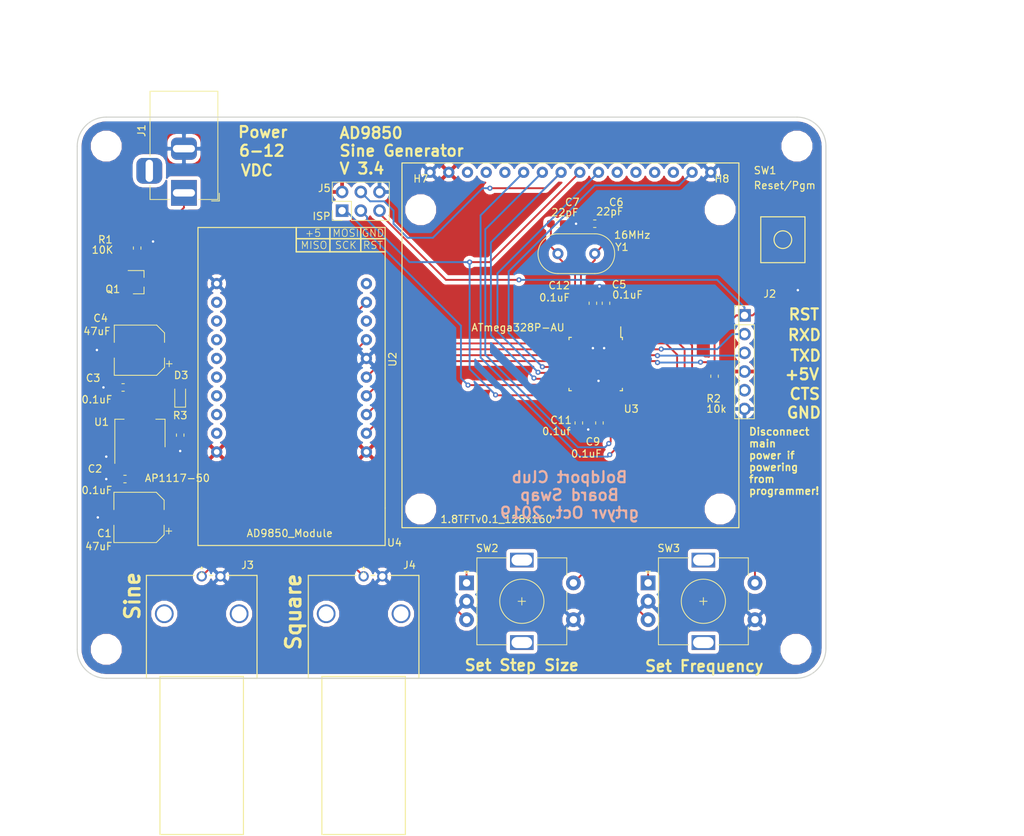
<source format=kicad_pcb>
(kicad_pcb (version 20171130) (host pcbnew 5.0.2-bee76a0~70~ubuntu18.04.1)
  (layers (0 F.Cu signal) (31 B.Cu signal) (35 F.Paste user) (36 B.SilkS user) (37 F.SilkS user) (38 B.Mask user hide) (39 F.Mask user hide) (44 Edge.Cuts user))
  (net 0 "")
  (net 1 GND)
  (net 2 "Net-(C1-Pad1)")
  (net 3 +5V)
  (net 4 "Net-(C7-Pad2)")
  (net 5 /RXD)
  (net 6 /TXD)
  (net 7 /FREQ2)
  (net 8 /SET_1kHz_Freq)
  (net 9 "Net-(U3-Pad9)")
  (net 10 "Net-(U3-Pad10)")
  (net 11 "Net-(U3-Pad11)")
  (net 12 "Net-(U3-Pad12)")
  (net 13 "Net-(U2-Pad15)")
  (net 14 /CS)
  (net 15 /MOSI)
  (net 16 /SCK)
  (net 17 "Net-(U3-Pad19)")
  (net 18 "Net-(U3-Pad22)")
  (net 19 /DC)
  (net 20 /STEP1)
  (net 21 /STEP2)
  (net 22 /SET_1Hz_Step)
  (net 23 "Net-(U3-Pad28)")
  (net 24 /FREQ1)
  (net 25 "Net-(J3-Pad1)")
  (net 26 "Net-(J4-Pad1)")
  (net 27 "Net-(U2-Pad11)")
  (net 28 "Net-(U2-Pad12)")
  (net 29 "Net-(U2-Pad13)")
  (net 30 "Net-(U2-Pad14)")
  (net 31 "Net-(U4-Pad8)")
  (net 32 "Net-(U4-Pad10)")
  (net 33 "Net-(U4-Pad19)")
  (net 34 "Net-(U4-Pad18)")
  (net 35 "Net-(U4-Pad17)")
  (net 36 "Net-(U4-Pad16)")
  (net 37 "Net-(U4-Pad15)")
  (net 38 "Net-(U4-Pad14)")
  (net 39 "Net-(U4-Pad13)")
  (net 40 "Net-(U4-Pad12)")
  (net 41 +VDC)
  (net 42 "Net-(C6-Pad2)")
  (net 43 /TFT_RST)
  (net 44 /DTR)
  (net 45 /CTS)
  (net 46 /MISO_BLDR)
  (net 47 "Net-(D3-Pad1)")
  (net 48 "Net-(C9-Pad2)")
  (net 49 "Net-(C11-Pad2)")
  (net 50 "Net-(Q1-Pad1)")
  (net 51 "Net-(U2-Pad5)")
  (module myfootprint:128x160-SPI_w_SD-CARD (layer F.Cu) (at 127.889 82.423 270)
    (fp_text reference U2 (at 0 30.48 270) (layer F.SilkS))
    (fp_text value 1.8TFTv0.1_128x160 (at 21.717 16.383) (layer F.SilkS))
    (pad 1 thru_hole circle (at -25.4 25.4 270) (size 1.524 1.524) (drill 0.762) (layers *.Cu *.Mask) (net 1 GND))
    (pad 2 thru_hole circle (at -25.4 22.86 270) (size 1.524 1.524) (drill 0.762) (layers *.Cu *.Mask) (net 3 +5V))
    (pad 3 thru_hole circle (at -25.4 20.32 270) (size 1.524 1.524) (drill 0.762) (layers *.Cu *.Mask))
    (pad 4 thru_hole circle (at -25.4 17.78 270) (size 1.524 1.524) (drill 0.762) (layers *.Cu *.Mask))
    (pad 5 thru_hole circle (at -25.4 15.24 270) (size 1.524 1.524) (drill 0.762) (layers *.Cu *.Mask) (net 51 "Net-(U2-Pad5)"))
    (pad 6 thru_hole circle (at -25.4 12.7 270) (size 1.524 1.524) (drill 0.762) (layers *.Cu *.Mask) (net 43 /TFT_RST))
    (pad 7 thru_hole circle (at -25.4 10.16 270) (size 1.524 1.524) (drill 0.762) (layers *.Cu *.Mask) (net 19 /DC))
    (pad 8 thru_hole circle (at -25.4 7.62 270) (size 1.524 1.524) (drill 0.762) (layers *.Cu *.Mask) (net 15 /MOSI))
    (pad 9 thru_hole circle (at -25.4 5.08 270) (size 1.524 1.524) (drill 0.762) (layers *.Cu *.Mask) (net 16 /SCK))
    (pad 10 thru_hole circle (at -25.4 2.54 270) (size 1.524 1.524) (drill 0.762) (layers *.Cu *.Mask) (net 14 /CS))
    (pad 11 thru_hole circle (at -25.4 0 270) (size 1.524 1.524) (drill 0.762) (layers *.Cu *.Mask) (net 27 "Net-(U2-Pad11)"))
    (pad 12 thru_hole circle (at -25.4 -2.54 270) (size 1.524 1.524) (drill 0.762) (layers *.Cu *.Mask) (net 28 "Net-(U2-Pad12)"))
    (pad 13 thru_hole circle (at -25.4 -5.08 270) (size 1.524 1.524) (drill 0.762) (layers *.Cu *.Mask) (net 29 "Net-(U2-Pad13)"))
    (pad 14 thru_hole circle (at -25.4 -7.62 270) (size 1.524 1.524) (drill 0.762) (layers *.Cu *.Mask) (net 30 "Net-(U2-Pad14)"))
    (pad 15 thru_hole circle (at -25.4 -10.16 270) (size 1.524 1.524) (drill 0.762) (layers *.Cu *.Mask) (net 13 "Net-(U2-Pad15)"))
    (pad 16 thru_hole circle (at -25.4 -12.7 270) (size 1.524 1.524) (drill 0.762) (layers *.Cu *.Mask) (net 1 GND))
  )
  (module Capacitor_SMD:C_0603_1608Metric_Pad1.05x0.95mm_HandSolder (layer F.Cu) (at 119.761 64.008 180)
    (fp_text reference C7 (at -2.032 2.921) (layer F.SilkS))
    (fp_text value 22pF (at -1.016 1.524) (layer F.SilkS))
    (pad 1 smd roundrect (at -0.875 0 180) (size 1.05 0.95) (layers F.Cu F.Paste F.Mask) (net 1 GND))
    (pad 2 smd roundrect (at 0.875 0 180) (size 1.05 0.95) (layers F.Cu F.Paste F.Mask) (net 4 "Net-(C7-Pad2)"))
  )
  (module Rotary_Encoder:RotaryEncoder_Alps_EC11E-Switch_Vertical_H20mm (layer F.Cu) (at 132.08 112.776)
    (fp_text reference SW3 (at 2.8 -4.7) (layer F.SilkS))
    (fp_text value Set_Freq)
    (pad A thru_hole rect (at 0 0) (size 2 2) (drill 1) (layers *.Cu *.Mask) (net 7 /FREQ2))
    (pad C thru_hole circle (at 0 2.5) (size 2 2) (drill 1) (layers *.Cu *.Mask) (net 1 GND))
    (pad B thru_hole circle (at 0 5) (size 2 2) (drill 1) (layers *.Cu *.Mask) (net 24 /FREQ1))
    (pad MP thru_hole rect (at 7.5 -3.1) (size 3.2 2) (drill oval 2.8 1.5) (layers *.Cu *.Mask))
    (pad MP thru_hole rect (at 7.5 8.1) (size 3.2 2) (drill oval 2.8 1.5) (layers *.Cu *.Mask))
    (pad S2 thru_hole circle (at 14.5 0) (size 2 2) (drill 1) (layers *.Cu *.Mask) (net 8 /SET_1kHz_Freq))
    (pad S1 thru_hole circle (at 14.5 5) (size 2 2) (drill 1) (layers *.Cu *.Mask) (net 1 GND))
  )
  (module Rotary_Encoder:RotaryEncoder_Alps_EC11E-Switch_Vertical_H20mm (layer F.Cu) (at 107.442 112.776)
    (fp_text reference SW2 (at 2.8 -4.7) (layer F.SilkS))
    (fp_text value Set_Step)
    (pad A thru_hole rect (at 0 0) (size 2 2) (drill 1) (layers *.Cu *.Mask) (net 21 /STEP2))
    (pad C thru_hole circle (at 0 2.5) (size 2 2) (drill 1) (layers *.Cu *.Mask) (net 1 GND))
    (pad B thru_hole circle (at 0 5) (size 2 2) (drill 1) (layers *.Cu *.Mask) (net 20 /STEP1))
    (pad MP thru_hole rect (at 7.5 -3.1) (size 3.2 2) (drill oval 2.8 1.5) (layers *.Cu *.Mask))
    (pad MP thru_hole rect (at 7.5 8.1) (size 3.2 2) (drill oval 2.8 1.5) (layers *.Cu *.Mask))
    (pad S2 thru_hole circle (at 14.5 0) (size 2 2) (drill 1) (layers *.Cu *.Mask) (net 22 /SET_1Hz_Step))
    (pad S1 thru_hole circle (at 14.5 5) (size 2 2) (drill 1) (layers *.Cu *.Mask) (net 1 GND))
  )
  (module myfootprint:SW_MC_SMD_6.0mmx6.4mm (layer F.Cu) (at 150.368 66.167 270)
    (fp_text reference SW1 (at -9.398 2.413 180) (layer F.SilkS))
    (fp_text value Reset/Pgm (at -7.366 -0.254) (layer F.SilkS))
    (pad 4 smd rect (at -4.45 2 270) (size 3.1 1) (layers F.Cu F.Paste F.Mask))
    (pad 3 smd rect (at -4.45 -2 270) (size 3.1 1) (layers F.Cu F.Paste F.Mask))
    (pad 2 smd rect (at 4.45 2 270) (size 3.1 1) (layers F.Cu F.Paste F.Mask) (net 44 /DTR))
    (pad 1 smd rect (at 4.45 -2 270) (size 3.1 1) (layers F.Cu F.Paste F.Mask) (net 1 GND))
  )
  (module Package_TO_SOT_SMD:SOT-23 (layer F.Cu) (at 62.913107 71.943353)
    (fp_text reference Q1 (at -3.477107 0.954647 180) (layer F.SilkS))
    (fp_text value IRLML9301)
    (pad 1 smd rect (at -1 -0.95) (size 0.9 0.8) (layers F.Cu F.Paste F.Mask) (net 50 "Net-(Q1-Pad1)"))
    (pad 2 smd rect (at -1 0.95) (size 0.9 0.8) (layers F.Cu F.Paste F.Mask) (net 41 +VDC))
    (pad 3 smd rect (at 1 0) (size 0.9 0.8) (layers F.Cu F.Paste F.Mask) (net 2 "Net-(C1-Pad1)"))
  )
  (module Package_TO_SOT_SMD:SOT-223-3_TabPin2 (layer F.Cu) (at 63.119 92.456 90)
    (fp_text reference U1 (at 1.524 -5.207 180) (layer F.SilkS))
    (fp_text value AP1117-50 (at -6.096 5.08) (layer F.SilkS))
    (pad 2 smd rect (at 3.15 0 90) (size 2 3.8) (layers F.Cu F.Paste F.Mask) (net 3 +5V))
    (pad 2 smd rect (at -3.15 0 90) (size 2 1.5) (layers F.Cu F.Paste F.Mask) (net 3 +5V))
    (pad 3 smd rect (at -3.15 2.3 90) (size 2 1.5) (layers F.Cu F.Paste F.Mask) (net 2 "Net-(C1-Pad1)"))
    (pad 1 smd rect (at -3.15 -2.3 90) (size 2 1.5) (layers F.Cu F.Paste F.Mask) (net 1 GND))
  )
  (module myfootprint:DS9850_Module (layer F.Cu) (at 83.693 83.566 180)
    (fp_text reference U4 (at -13.97 -23.749 180) (layer F.SilkS))
    (fp_text value AD9850_Module (at 0.254 -22.479 180) (layer F.SilkS))
    (pad 1 thru_hole circle (at -10.16 -11.43 180) (size 1.524 1.524) (drill 0.762) (layers *.Cu *.Mask) (net 3 +5V))
    (pad 2 thru_hole circle (at -10.16 -8.89 270) (size 1.524 1.524) (drill 0.762) (layers *.Cu *.Mask) (net 12 "Net-(U3-Pad12)"))
    (pad 3 thru_hole circle (at -10.16 -6.35 180) (size 1.524 1.524) (drill 0.762) (layers *.Cu *.Mask) (net 11 "Net-(U3-Pad11)"))
    (pad 4 thru_hole circle (at -10.16 -3.81 180) (size 1.524 1.524) (drill 0.762) (layers *.Cu *.Mask) (net 10 "Net-(U3-Pad10)"))
    (pad 5 thru_hole circle (at -10.16 -1.27 180) (size 1.524 1.524) (drill 0.762) (layers *.Cu *.Mask) (net 9 "Net-(U3-Pad9)"))
    (pad 6 thru_hole circle (at -10.16 1.27 180) (size 1.524 1.524) (drill 0.762) (layers *.Cu *.Mask) (net 1 GND))
    (pad 7 thru_hole circle (at -10.16 3.81 180) (size 1.524 1.524) (drill 0.762) (layers *.Cu *.Mask) (net 26 "Net-(J4-Pad1)"))
    (pad 8 thru_hole circle (at -10.16 6.35 180) (size 1.524 1.524) (drill 0.762) (layers *.Cu *.Mask) (net 31 "Net-(U4-Pad8)"))
    (pad 9 thru_hole circle (at -10.16 8.89 180) (size 1.524 1.524) (drill 0.762) (layers *.Cu *.Mask) (net 25 "Net-(J3-Pad1)"))
    (pad 10 thru_hole circle (at -10.16 11.43 180) (size 1.524 1.524) (drill 0.762) (layers *.Cu *.Mask) (net 32 "Net-(U4-Pad10)"))
    (pad 20 thru_hole circle (at 10.16 -11.43 180) (size 1.524 1.524) (drill 0.762) (layers *.Cu *.Mask) (net 3 +5V))
    (pad 19 thru_hole circle (at 10.16 -8.89 180) (size 1.524 1.524) (drill 0.762) (layers *.Cu *.Mask) (net 33 "Net-(U4-Pad19)"))
    (pad 18 thru_hole circle (at 10.16 -6.35 180) (size 1.524 1.524) (drill 0.762) (layers *.Cu *.Mask) (net 34 "Net-(U4-Pad18)"))
    (pad 17 thru_hole circle (at 10.16 -3.81 180) (size 1.524 1.524) (drill 0.762) (layers *.Cu *.Mask) (net 35 "Net-(U4-Pad17)"))
    (pad 16 thru_hole circle (at 10.16 -1.27 180) (size 1.524 1.524) (drill 0.762) (layers *.Cu *.Mask) (net 36 "Net-(U4-Pad16)"))
    (pad 15 thru_hole circle (at 10.16 1.27 180) (size 1.524 1.524) (drill 0.762) (layers *.Cu *.Mask) (net 37 "Net-(U4-Pad15)"))
    (pad 14 thru_hole circle (at 10.16 3.81 180) (size 1.524 1.524) (drill 0.762) (layers *.Cu *.Mask) (net 38 "Net-(U4-Pad14)"))
    (pad 13 thru_hole circle (at 10.16 6.35 180) (size 1.524 1.524) (drill 0.762) (layers *.Cu *.Mask) (net 39 "Net-(U4-Pad13)"))
    (pad 12 thru_hole circle (at 10.16 8.89 180) (size 1.524 1.524) (drill 0.762) (layers *.Cu *.Mask) (net 40 "Net-(U4-Pad12)"))
    (pad 11 thru_hole circle (at 10.16 11.43 180) (size 1.524 1.524) (drill 0.762) (layers *.Cu *.Mask) (net 1 GND))
  )
  (module Capacitor_SMD:CP_Elec_6.3x7.7 (layer F.Cu) (at 62.992 103.886 180)
    (fp_text reference C1 (at 4.699 -2.159 180) (layer F.SilkS))
    (fp_text value 47uF (at 5.461 -3.937 180) (layer F.SilkS))
    (pad 1 smd roundrect (at -2.7 0 180) (size 3.5 1.6) (layers F.Cu F.Paste F.Mask) (roundrect_rratio 0.15625) (net 2 "Net-(C1-Pad1)"))
    (pad 2 smd roundrect (at 2.7 0 180) (size 3.5 1.6) (layers F.Cu F.Paste F.Mask) (roundrect_rratio 0.15625) (net 1 GND))
  )
  (module Capacitor_SMD:CP_Elec_6.3x7.7 (layer F.Cu) (at 63.046115 81.180345 180)
    (fp_text reference C4 (at 5.261115 4.345345 180) (layer F.SilkS))
    (fp_text value 47uF (at 5.769115 2.567345 180) (layer F.SilkS))
    (pad 2 smd roundrect (at 2.7 0 180) (size 3.5 1.6) (layers F.Cu F.Paste F.Mask) (roundrect_rratio 0.15625) (net 1 GND))
    (pad 1 smd roundrect (at -2.7 0 180) (size 3.5 1.6) (layers F.Cu F.Paste F.Mask) (roundrect_rratio 0.15625) (net 3 +5V))
  )
  (module Crystal:Resonator-2Pin_W10.0mm_H5.0mm (layer F.Cu) (at 124.841 68.072 180)
    (fp_text reference Y1 (at -3.683 0.889 180) (layer F.SilkS))
    (fp_text value 16MHz (at -5.08 2.54 180) (layer F.SilkS))
    (pad 1 thru_hole circle (at 0 0 180) (size 1.5 1.5) (drill 0.8) (layers *.Cu *.Mask) (net 42 "Net-(C6-Pad2)"))
    (pad 2 thru_hole circle (at 5 0 180) (size 1.5 1.5) (drill 0.8) (layers *.Cu *.Mask) (net 4 "Net-(C7-Pad2)"))
  )
  (module myfootprint:5227161-9 (layer F.Cu) (at 71.501 111.887 180)
    (fp_text reference J3 (at -6.223 1.524 180) (layer F.SilkS))
    (fp_text value "Square Out")
    (fp_text user * (at 0 0 180) (layer F.SilkS))
    (pad 4 thru_hole circle (at 5.08 -5.08 180) (size 2.54 2.54) (drill 2.032) (layers *.Cu *.Mask))
    (pad 3 thru_hole circle (at -5.08 -5.08 180) (size 2.54 2.54) (drill 2.032) (layers *.Cu *.Mask))
    (pad 2 thru_hole circle (at -2.54 0 180) (size 1.397 1.397) (drill 0.889) (layers *.Cu *.Mask) (net 1 GND))
    (pad 1 thru_hole circle (at 0 0 180) (size 1.397 1.397) (drill 0.889) (layers *.Cu *.Mask) (net 25 "Net-(J3-Pad1)"))
  )
  (module myfootprint:5227161-9 (layer F.Cu) (at 93.472 111.887 180)
    (fp_text reference J4 (at -6.223 1.524 180) (layer F.SilkS))
    (fp_text value "Sine Out")
    (fp_text user * (at 0 0 180) (layer F.SilkS))
    (pad 1 thru_hole circle (at 0 0 180) (size 1.397 1.397) (drill 0.889) (layers *.Cu *.Mask) (net 26 "Net-(J4-Pad1)"))
    (pad 2 thru_hole circle (at -2.54 0 180) (size 1.397 1.397) (drill 0.889) (layers *.Cu *.Mask) (net 1 GND))
    (pad 3 thru_hole circle (at -5.08 -5.08 180) (size 2.54 2.54) (drill 2.032) (layers *.Cu *.Mask))
    (pad 4 thru_hole circle (at 5.08 -5.08 180) (size 2.54 2.54) (drill 2.032) (layers *.Cu *.Mask))
  )
  (module MountingHole:MountingHole_3.2mm_M3 (layer F.Cu) (at 58.547 53.467)
    (fp_text reference H1)
    (fp_text value MountingHole)
    (pad 1 np_thru_hole circle (at 0 0) (size 3.2 3.2) (drill 3.2) (layers *.Cu *.Mask))
  )
  (module MountingHole:MountingHole_3.2mm_M3 (layer F.Cu) (at 152.273 53.467)
    (fp_text reference H2)
    (fp_text value MountingHole)
    (pad 1 np_thru_hole circle (at 0 0) (size 3.2 3.2) (drill 3.2) (layers *.Cu *.Mask))
  )
  (module MountingHole:MountingHole_3.2mm_M3 (layer F.Cu) (at 58.547 121.793)
    (fp_text reference H3)
    (fp_text value MountingHole)
    (pad 1 np_thru_hole circle (at 0 0) (size 3.2 3.2) (drill 3.2) (layers *.Cu *.Mask))
  )
  (module MountingHole:MountingHole_3.2mm_M3 (layer F.Cu) (at 152.146 121.793)
    (fp_text reference H4)
    (fp_text value MountingHole)
    (pad 1 np_thru_hole circle (at 0 0) (size 3.2 3.2) (drill 3.2) (layers *.Cu *.Mask))
  )
  (module Connector_PinHeader_2.54mm:PinHeader_1x06_P2.54mm_Vertical (layer F.Cu) (at 145.161 76.454)
    (fp_text reference J2 (at 3.429 -2.921) (layer F.SilkS))
    (fp_text value "PGM Header")
    (pad 1 thru_hole rect (at 0 0) (size 1.7 1.7) (drill 1) (layers *.Cu *.Mask) (net 44 /DTR))
    (pad 2 thru_hole oval (at 0 2.54) (size 1.7 1.7) (drill 1) (layers *.Cu *.Mask) (net 5 /RXD))
    (pad 3 thru_hole oval (at 0 5.08) (size 1.7 1.7) (drill 1) (layers *.Cu *.Mask) (net 6 /TXD))
    (pad 4 thru_hole oval (at 0 7.62) (size 1.7 1.7) (drill 1) (layers *.Cu *.Mask) (net 3 +5V))
    (pad 5 thru_hole oval (at 0 10.16) (size 1.7 1.7) (drill 1) (layers *.Cu *.Mask) (net 45 /CTS))
    (pad 6 thru_hole oval (at 0 12.7) (size 1.7 1.7) (drill 1) (layers *.Cu *.Mask) (net 1 GND))
  )
  (module MountingHole:MountingHole_3.2mm_M3 (layer F.Cu) (at 101.219 102.743)
    (fp_text reference H5)
    (fp_text value MountingHole)
    (pad 1 np_thru_hole circle (at 0 0) (size 3.2 3.2) (drill 3.2) (layers *.Cu *.Mask))
  )
  (module MountingHole:MountingHole_3.2mm_M3 (layer F.Cu) (at 141.859 102.743)
    (fp_text reference H6)
    (fp_text value MountingHole)
    (pad 1 np_thru_hole circle (at 0 0) (size 3.2 3.2) (drill 3.2) (layers *.Cu *.Mask))
  )
  (module Capacitor_SMD:C_0603_1608Metric_Pad1.05x0.95mm_HandSolder (layer F.Cu) (at 60.833 86.233 180)
    (fp_text reference C3 (at 4.064 1.27 180) (layer F.SilkS))
    (fp_text value 0.1uF (at 3.556 -1.651 180) (layer F.SilkS))
    (pad 1 smd roundrect (at -0.875 0 180) (size 1.05 0.95) (layers F.Cu F.Paste F.Mask) (net 3 +5V))
    (pad 2 smd roundrect (at 0.875 0 180) (size 1.05 0.95) (layers F.Cu F.Paste F.Mask) (net 1 GND))
  )
  (module Capacitor_SMD:C_0603_1608Metric_Pad1.05x0.95mm_HandSolder (layer F.Cu) (at 61.087 98.679 180)
    (fp_text reference C2 (at 4.064 1.397 180) (layer F.SilkS))
    (fp_text value 0.1uF (at 3.81 -1.524 180) (layer F.SilkS))
    (pad 1 smd roundrect (at -0.875 0 180) (size 1.05 0.95) (layers F.Cu F.Paste F.Mask) (net 2 "Net-(C1-Pad1)"))
    (pad 2 smd roundrect (at 0.875 0 180) (size 1.05 0.95) (layers F.Cu F.Paste F.Mask) (net 1 GND))
  )
  (module Capacitor_SMD:C_0603_1608Metric_Pad1.05x0.95mm_HandSolder (layer F.Cu) (at 124.841 64.008)
    (fp_text reference C6 (at 2.921 -2.921 180) (layer F.SilkS))
    (fp_text value 22pF (at 2.032 -1.651 180) (layer F.SilkS))
    (pad 2 smd roundrect (at 0.875 0) (size 1.05 0.95) (layers F.Cu F.Paste F.Mask) (net 42 "Net-(C6-Pad2)"))
    (pad 1 smd roundrect (at -0.875 0) (size 1.05 0.95) (layers F.Cu F.Paste F.Mask) (net 1 GND))
  )
  (module Capacitor_SMD:C_0603_1608Metric_Pad1.05x0.95mm_HandSolder (layer F.Cu) (at 126.365 74.803 90)
    (fp_text reference C5 (at 2.54 1.778 180) (layer F.SilkS))
    (fp_text value 0.1uF (at 1.143 2.921 180) (layer F.SilkS))
    (pad 1 smd roundrect (at -0.875 0 90) (size 1.05 0.95) (layers F.Cu F.Paste F.Mask) (net 3 +5V))
    (pad 2 smd roundrect (at 0.875 0 90) (size 1.05 0.95) (layers F.Cu F.Paste F.Mask) (net 1 GND))
  )
  (module Resistor_SMD:R_0603_1608Metric_Pad1.05x0.95mm_HandSolder (layer F.Cu) (at 62.738 67.31 90)
    (fp_text reference R1 (at 1.143 -4.318 180) (layer F.SilkS))
    (fp_text value 10K (at -0.254 -4.699 180) (layer F.SilkS))
    (pad 1 smd roundrect (at -0.875 0 90) (size 1.05 0.95) (layers F.Cu F.Paste F.Mask) (net 50 "Net-(Q1-Pad1)"))
    (pad 2 smd roundrect (at 0.875 0 90) (size 1.05 0.95) (layers F.Cu F.Paste F.Mask) (net 1 GND))
  )
  (module Resistor_SMD:R_0603_1608Metric_Pad1.05x0.95mm_HandSolder (layer F.Cu) (at 141.097 84.709 90)
    (fp_text reference R2 (at -3.048 -0.127 180) (layer F.SilkS))
    (fp_text value 10k (at -4.445 0.254 180) (layer F.SilkS))
    (pad 2 smd roundrect (at 0.875 0 90) (size 1.05 0.95) (layers F.Cu F.Paste F.Mask) (net 44 /DTR))
    (pad 1 smd roundrect (at -0.875 0 90) (size 1.05 0.95) (layers F.Cu F.Paste F.Mask) (net 3 +5V))
  )
  (module Resistor_SMD:R_0603_1608Metric_Pad1.05x0.95mm_HandSolder (layer F.Cu) (at 68.58 92.71 270)
    (fp_text reference R3 (at -2.667 0) (layer F.SilkS))
    (fp_text value 330)
    (pad 1 smd roundrect (at -0.875 0 270) (size 1.05 0.95) (layers F.Cu F.Paste F.Mask) (net 47 "Net-(D3-Pad1)"))
    (pad 2 smd roundrect (at 0.875 0 270) (size 1.05 0.95) (layers F.Cu F.Paste F.Mask) (net 1 GND))
  )
  (module Diode_SMD:D_0603_1608Metric_Pad1.05x0.95mm_HandSolder (layer F.Cu) (at 68.58 87.249 90)
    (fp_text reference D3 (at 2.667 0.127 180) (layer F.SilkS))
    (fp_text value "Power LED")
    (pad 1 smd roundrect (at -0.875 0 90) (size 1.05 0.95) (layers F.Cu F.Paste F.Mask) (net 47 "Net-(D3-Pad1)"))
    (pad 2 smd roundrect (at 0.875 0 90) (size 1.05 0.95) (layers F.Cu F.Paste F.Mask) (net 3 +5V))
  )
  (module Capacitor_SMD:C_0603_1608Metric_Pad1.05x0.95mm_HandSolder (layer F.Cu) (at 122.682 91.059 90)
    (fp_text reference C11 (at 0.381 -2.413 180) (layer F.SilkS))
    (fp_text value 0.1uf (at -1.143 -3.048 180) (layer F.SilkS))
    (pad 1 smd roundrect (at -0.875 0 90) (size 1.05 0.95) (layers F.Cu F.Paste F.Mask) (net 1 GND))
    (pad 2 smd roundrect (at 0.875 0 90) (size 1.05 0.95) (layers F.Cu F.Paste F.Mask) (net 49 "Net-(C11-Pad2)"))
  )
  (module Capacitor_SMD:C_0603_1608Metric_Pad1.05x0.95mm_HandSolder (layer F.Cu) (at 125.476 91.059 90)
    (fp_text reference C9 (at -2.54 -0.889 180) (layer F.SilkS))
    (fp_text value 0.1uF (at -4.191 -1.778 180) (layer F.SilkS))
    (pad 1 smd roundrect (at -0.875 0 90) (size 1.05 0.95) (layers F.Cu F.Paste F.Mask) (net 1 GND))
    (pad 2 smd roundrect (at 0.875 0 90) (size 1.05 0.95) (layers F.Cu F.Paste F.Mask) (net 48 "Net-(C9-Pad2)"))
  )
  (module Capacitor_SMD:C_0603_1608Metric_Pad1.05x0.95mm_HandSolder (layer F.Cu) (at 124.587 74.803 90)
    (fp_text reference C12 (at 2.413 -4.572 180) (layer F.SilkS))
    (fp_text value 0.1uF (at 0.762 -5.207 180) (layer F.SilkS))
    (pad 2 smd roundrect (at 0.875 0 90) (size 1.05 0.95) (layers F.Cu F.Paste F.Mask) (net 1 GND))
    (pad 1 smd roundrect (at -0.875 0 90) (size 1.05 0.95) (layers F.Cu F.Paste F.Mask) (net 3 +5V))
  )
  (module Connector_PinHeader_2.54mm:PinHeader_2x03_P2.54mm_Vertical (layer F.Cu) (at 90.551 62.23 90)
    (fp_text reference J5 (at 3.048 -2.413 180) (layer F.SilkS))
    (fp_text value ISP (at -0.762 -2.794 180) (layer F.SilkS))
    (pad 1 thru_hole rect (at 0 0 90) (size 1.7 1.7) (drill 1) (layers *.Cu *.Mask) (net 46 /MISO_BLDR))
    (pad 2 thru_hole oval (at 2.54 0 90) (size 1.7 1.7) (drill 1) (layers *.Cu *.Mask) (net 3 +5V))
    (pad 3 thru_hole oval (at 0 2.54 90) (size 1.7 1.7) (drill 1) (layers *.Cu *.Mask) (net 16 /SCK))
    (pad 4 thru_hole oval (at 2.54 2.54 90) (size 1.7 1.7) (drill 1) (layers *.Cu *.Mask) (net 15 /MOSI))
    (pad 5 thru_hole oval (at 0 5.08 90) (size 1.7 1.7) (drill 1) (layers *.Cu *.Mask) (net 44 /DTR))
    (pad 6 thru_hole oval (at 2.54 5.08 90) (size 1.7 1.7) (drill 1) (layers *.Cu *.Mask) (net 1 GND))
  )
  (module Package_QFP:TQFP-32_7x7mm_P0.8mm (layer F.Cu) (at 124.968 83.058 270)
    (fp_text reference U3 (at 6.096 -4.826) (layer F.SilkS))
    (fp_text value ATmega328P-AU (at -4.953 10.541) (layer F.SilkS))
    (pad 1 smd rect (at -4.25 -2.8 270) (size 1.6 0.55) (layers F.Cu F.Paste F.Mask) (net 7 /FREQ2))
    (pad 2 smd rect (at -4.25 -2 270) (size 1.6 0.55) (layers F.Cu F.Paste F.Mask) (net 8 /SET_1kHz_Freq))
    (pad 3 smd rect (at -4.25 -1.2 270) (size 1.6 0.55) (layers F.Cu F.Paste F.Mask) (net 1 GND))
    (pad 4 smd rect (at -4.25 -0.4 270) (size 1.6 0.55) (layers F.Cu F.Paste F.Mask) (net 3 +5V))
    (pad 5 smd rect (at -4.25 0.4 270) (size 1.6 0.55) (layers F.Cu F.Paste F.Mask) (net 1 GND))
    (pad 6 smd rect (at -4.25 1.2 270) (size 1.6 0.55) (layers F.Cu F.Paste F.Mask) (net 3 +5V))
    (pad 7 smd rect (at -4.25 2 270) (size 1.6 0.55) (layers F.Cu F.Paste F.Mask) (net 42 "Net-(C6-Pad2)"))
    (pad 8 smd rect (at -4.25 2.8 270) (size 1.6 0.55) (layers F.Cu F.Paste F.Mask) (net 4 "Net-(C7-Pad2)"))
    (pad 9 smd rect (at -2.8 4.25) (size 1.6 0.55) (layers F.Cu F.Paste F.Mask) (net 9 "Net-(U3-Pad9)"))
    (pad 10 smd rect (at -2 4.25) (size 1.6 0.55) (layers F.Cu F.Paste F.Mask) (net 10 "Net-(U3-Pad10)"))
    (pad 11 smd rect (at -1.2 4.25) (size 1.6 0.55) (layers F.Cu F.Paste F.Mask) (net 11 "Net-(U3-Pad11)"))
    (pad 12 smd rect (at -0.4 4.25) (size 1.6 0.55) (layers F.Cu F.Paste F.Mask) (net 12 "Net-(U3-Pad12)"))
    (pad 13 smd rect (at 0.4 4.25) (size 1.6 0.55) (layers F.Cu F.Paste F.Mask) (net 13 "Net-(U2-Pad15)"))
    (pad 14 smd rect (at 1.2 4.25) (size 1.6 0.55) (layers F.Cu F.Paste F.Mask) (net 14 /CS))
    (pad 15 smd rect (at 2 4.25) (size 1.6 0.55) (layers F.Cu F.Paste F.Mask) (net 15 /MOSI))
    (pad 16 smd rect (at 2.8 4.25) (size 1.6 0.55) (layers F.Cu F.Paste F.Mask) (net 46 /MISO_BLDR))
    (pad 17 smd rect (at 4.25 2.8 270) (size 1.6 0.55) (layers F.Cu F.Paste F.Mask) (net 16 /SCK))
    (pad 18 smd rect (at 4.25 2 270) (size 1.6 0.55) (layers F.Cu F.Paste F.Mask) (net 49 "Net-(C11-Pad2)"))
    (pad 19 smd rect (at 4.25 1.2 270) (size 1.6 0.55) (layers F.Cu F.Paste F.Mask) (net 17 "Net-(U3-Pad19)"))
    (pad 20 smd rect (at 4.25 0.4 270) (size 1.6 0.55) (layers F.Cu F.Paste F.Mask) (net 48 "Net-(C9-Pad2)"))
    (pad 21 smd rect (at 4.25 -0.4 270) (size 1.6 0.55) (layers F.Cu F.Paste F.Mask) (net 1 GND))
    (pad 22 smd rect (at 4.25 -1.2 270) (size 1.6 0.55) (layers F.Cu F.Paste F.Mask) (net 18 "Net-(U3-Pad22)"))
    (pad 23 smd rect (at 4.25 -2 270) (size 1.6 0.55) (layers F.Cu F.Paste F.Mask) (net 19 /DC))
    (pad 24 smd rect (at 4.25 -2.8 270) (size 1.6 0.55) (layers F.Cu F.Paste F.Mask) (net 43 /TFT_RST))
    (pad 25 smd rect (at 2.8 -4.25) (size 1.6 0.55) (layers F.Cu F.Paste F.Mask) (net 20 /STEP1))
    (pad 26 smd rect (at 2 -4.25) (size 1.6 0.55) (layers F.Cu F.Paste F.Mask) (net 21 /STEP2))
    (pad 27 smd rect (at 1.2 -4.25) (size 1.6 0.55) (layers F.Cu F.Paste F.Mask) (net 22 /SET_1Hz_Step))
    (pad 28 smd rect (at 0.4 -4.25) (size 1.6 0.55) (layers F.Cu F.Paste F.Mask) (net 23 "Net-(U3-Pad28)"))
    (pad 29 smd rect (at -0.4 -4.25) (size 1.6 0.55) (layers F.Cu F.Paste F.Mask) (net 44 /DTR))
    (pad 30 smd rect (at -1.2 -4.25) (size 1.6 0.55) (layers F.Cu F.Paste F.Mask) (net 6 /TXD))
    (pad 31 smd rect (at -2 -4.25) (size 1.6 0.55) (layers F.Cu F.Paste F.Mask) (net 5 /RXD))
    (pad 32 smd rect (at -2.8 -4.25) (size 1.6 0.55) (layers F.Cu F.Paste F.Mask) (net 24 /FREQ1))
  )
  (module Connector_BarrelJack:BarrelJack_Horizontal (layer F.Cu) (at 69.088 59.817 270)
    (fp_text reference J1 (at -8.45 5.75 270) (layer F.SilkS))
    (fp_text value "Power In")
    (pad 1 thru_hole rect (at 0 0 270) (size 3.5 3.5) (drill oval 1 3) (layers *.Cu *.Mask) (net 41 +VDC))
    (pad 2 thru_hole roundrect (at -6 0 270) (size 3 3.5) (drill oval 1 3) (layers *.Cu *.Mask) (net 1 GND))
    (pad 3 thru_hole roundrect (at -3 4.7 270) (size 3.5 3.5) (drill oval 3 1) (layers *.Cu *.Mask))
  )
  (module MountingHole:MountingHole_3.2mm_M3 (layer F.Cu) (at 101.219 62.103)
    (fp_text reference H7 (at 0 -4.2) (layer F.SilkS))
    (fp_text value MountingHole)
    (pad 1 np_thru_hole circle (at 0 0) (size 3.2 3.2) (drill 3.2) (layers *.Cu *.Mask))
  )
  (module MountingHole:MountingHole_3.2mm_M3 (layer F.Cu) (at 141.859 62.103)
    (fp_text reference H8 (at 0.242999 -4.2) (layer F.SilkS))
    (fp_text value MountingHole)
    (pad 1 np_thru_hole circle (at 0 0) (size 3.2 3.2) (drill 3.2) (layers *.Cu *.Mask))
  )
  (gr_line (start 84.328 66.04) (end 96.393 66.04) (layer F.SilkS) (width 0.2))
  (gr_line (start 93.091 64.643) (end 93.091 67.818) (layer F.SilkS) (width 0.2))
  (gr_line (start 88.9 64.643) (end 88.9 67.818) (layer F.SilkS) (width 0.2))
  (gr_line (start 84.328 67.818) (end 96.393 67.818) (layer F.SilkS) (width 0.2))
  (gr_line (start 84.328 67.691) (end 84.328 67.818) (layer F.SilkS) (width 0.2))
  (gr_line (start 84.328 64.516) (end 84.328 67.564) (layer F.SilkS) (width 0.2))
  (gr_text RST (at 94.742 66.929) (layer F.SilkS) (effects (font (size 1 1) (thickness 0.1))))
  (gr_text SCK (at 91.059 66.929) (layer F.SilkS) (effects (font (size 1 1) (thickness 0.1))))
  (gr_text MISO (at 86.741 66.929) (layer F.SilkS) (effects (font (size 1 1) (thickness 0.1))))
  (gr_text GND (at 94.742 65.278) (layer F.SilkS) (effects (font (size 1 1) (thickness 0.1))))
  (gr_text MOSI (at 91.059 65.278) (layer F.SilkS) (effects (font (size 1 1) (thickness 0.1))))
  (gr_text +5 (at 86.614 65.278) (layer F.SilkS) (effects (font (size 1 1) (thickness 0.1))))
  (gr_text "Disconnect\nmain\npower if\npowering\nfrom\nprogrammer!" (at 145.669 96.266) (layer F.SilkS) (effects (font (size 1 1) (thickness 0.2)) (justify left)))
  (gr_text "Boldport Club\nBoard Swap\ngrtyvr Oct. 2019" (at 121.412 100.838) (layer B.SilkS) (effects (font (size 1.5 1.5) (thickness 0.3)) (justify mirror)))
  (gr_text CTS (at 155.575 87.122) (layer F.SilkS) (effects (font (size 1.5 1.5) (thickness 0.3)) (justify right)))
  (gr_text +5V (at 155.448 84.455) (layer F.SilkS) (effects (font (size 1.5 1.5) (thickness 0.3)) (justify right)))
  (gr_line (start 54.61 121.793) (end 54.61 53.467) (layer Edge.Cuts) (width 0.15))
  (gr_line (start 152.146 125.73) (end 58.547 125.73) (layer Edge.Cuts) (width 0.15))
  (gr_line (start 156.21 53.467) (end 156.21 121.666) (layer Edge.Cuts) (width 0.15))
  (gr_line (start 58.547 49.53) (end 152.273 49.53) (layer Edge.Cuts) (width 0.15))
  (gr_arc (start 58.547 53.467) (end 58.547 49.53) (angle -90) (layer Edge.Cuts) (width 0.15))
  (gr_arc (start 58.547 121.793) (end 54.61 121.793) (angle -90) (layer Edge.Cuts) (width 0.15))
  (gr_arc (start 152.146 121.666) (end 152.146 125.73) (angle -90) (layer Edge.Cuts) (width 0.15))
  (gr_arc (start 152.273 53.467) (end 156.21 53.467) (angle -90) (layer Edge.Cuts) (width 0.15))
  (gr_text Power (at 83.312 51.562) (layer F.SilkS) (effects (font (size 1.5 1.5) (thickness 0.3)) (justify right)))
  (gr_text Square (at 83.947 116.713 90) (layer F.SilkS) (effects (font (size 2 2) (thickness 0.4))))
  (gr_text Sine (at 62.103 114.554 90) (layer F.SilkS) (effects (font (size 2 2) (thickness 0.4))))
  (gr_text "Set Step Size" (at 114.935 123.952) (layer F.SilkS) (effects (font (size 1.5 1.5) (thickness 0.3))))
  (gr_text "Set Frequency" (at 139.7 124.079) (layer F.SilkS) (effects (font (size 1.5 1.5) (thickness 0.3))))
  (gr_text "AD9850\nSine Generator\nV 3.4" (at 90.043 54.102) (layer F.SilkS) (effects (font (size 1.5 1.5) (thickness 0.3)) (justify left)))
  (gr_text VDC (at 78.994 56.769) (layer F.SilkS) (effects (font (size 1.5 1.5) (thickness 0.3))))
  (gr_text 6-12 (at 82.931 54.102) (layer F.SilkS) (effects (font (size 1.5 1.5) (thickness 0.3)) (justify right)))
  (gr_text RST (at 155.448 76.327) (layer F.SilkS) (effects (font (size 1.5 1.5) (thickness 0.3)) (justify right)))
  (gr_text RXD (at 155.702 79.121) (layer F.SilkS) (effects (font (size 1.5 1.5) (thickness 0.3)) (justify right)))
  (gr_text TXD (at 155.702 81.915) (layer F.SilkS) (effects (font (size 1.5 1.5) (thickness 0.3)) (justify right)))
  (gr_text GND (at 155.702 89.662) (layer F.SilkS) (effects (font (size 1.5 1.5) (thickness 0.3)) (justify right)))
  (via (at 152.4 73.025) (size 0.6858) (drill 0.3302) (layers F.Cu B.Cu) (net 1))
  (via (at 58.547 98.679) (size 0.6858) (drill 0.3302) (layers F.Cu B.Cu) (net 1))
  (via (at 58.547 95.631) (size 0.6858) (drill 0.3302) (layers F.Cu B.Cu) (net 1))
  (via (at 58.166 86.233) (size 0.6858) (drill 0.3302) (layers F.Cu B.Cu) (net 1))
  (via (at 68.58 94.869) (size 0.6858) (drill 0.3302) (layers F.Cu B.Cu) (net 1))
  (segment (start 152.368 72.993) (end 152.4 73.025) (width 0.254) (layer F.Cu) (net 1))
  (segment (start 152.368 70.617) (end 152.368 72.993) (width 0.254) (layer F.Cu) (net 1))
  (segment (start 63.929107 71.927353) (end 63.913107 71.943353) (width 0.1524) (layer F.Cu) (net 2))
  (segment (start 125.216 78.4) (end 125.216 78.808) (width 0.1524) (layer F.Cu) (net 3))
  (segment (start 61.897107 70.977353) (end 61.913107 70.993353) (width 0.1524) (layer F.Cu) (net 50))
  (via (at 117.729 83.439) (size 0.6858) (drill 0.3302) (layers F.Cu B.Cu) (net 13))
  (segment (start 120.718 83.458) (end 117.748 83.458) (width 0.254) (layer F.Cu) (net 13))
  (segment (start 117.748 83.458) (end 117.729 83.439) (width 0.254) (layer F.Cu) (net 13))
  (segment (start 124.841 58.801) (end 136.271 58.801) (width 0.254) (layer B.Cu) (net 13))
  (segment (start 113.157 70.485) (end 124.841 58.801) (width 0.254) (layer B.Cu) (net 13))
  (segment (start 117.729 83.439) (end 113.157 78.867) (width 0.254) (layer B.Cu) (net 13))
  (segment (start 137.287001 57.784999) (end 138.049 57.023) (width 0.254) (layer B.Cu) (net 13))
  (segment (start 136.271 58.801) (end 137.287001 57.784999) (width 0.254) (layer B.Cu) (net 13))
  (segment (start 113.157 78.867) (end 113.157 70.485) (width 0.254) (layer B.Cu) (net 13))
  (via (at 117.14191 84.172862) (size 0.6858) (drill 0.3302) (layers F.Cu B.Cu) (net 14))
  (segment (start 120.718 84.258) (end 117.227048 84.258) (width 0.254) (layer F.Cu) (net 14))
  (segment (start 117.227048 84.258) (end 117.14191 84.172862) (width 0.254) (layer F.Cu) (net 14))
  (segment (start 124.587001 57.784999) (end 125.349 57.023) (width 0.254) (layer B.Cu) (net 14))
  (segment (start 111.633 70.739) (end 124.587001 57.784999) (width 0.254) (layer B.Cu) (net 14))
  (segment (start 117.14191 84.172862) (end 111.633 78.663952) (width 0.254) (layer B.Cu) (net 14))
  (segment (start 111.633 78.663952) (end 111.633 70.739) (width 0.254) (layer B.Cu) (net 14))
  (segment (start 119.761 56.896) (end 120.015 56.642) (width 0.1524) (layer B.Cu) (net 15))
  (via (at 116.586 84.963) (size 0.6858) (drill 0.3302) (layers F.Cu B.Cu) (net 15))
  (segment (start 120.718 85.058) (end 116.681 85.058) (width 0.254) (layer F.Cu) (net 15))
  (segment (start 116.681 85.058) (end 116.586 84.963) (width 0.254) (layer F.Cu) (net 15))
  (segment (start 116.586 84.963) (end 110.744 79.121) (width 0.254) (layer B.Cu) (net 15))
  (segment (start 110.744 66.548) (end 120.269 57.023) (width 0.254) (layer B.Cu) (net 15))
  (segment (start 110.744 79.121) (end 110.744 66.548) (width 0.254) (layer B.Cu) (net 15))
  (segment (start 122.168 87.308) (end 111.438 87.308) (width 0.254) (layer F.Cu) (net 16))
  (via (at 111.379 87.249) (size 0.6858) (drill 0.3302) (layers F.Cu B.Cu) (net 16))
  (segment (start 111.438 87.308) (end 111.379 87.249) (width 0.254) (layer F.Cu) (net 16))
  (segment (start 111.379 87.249) (end 107.91189 83.78189) (width 0.254) (layer B.Cu) (net 16))
  (via (at 107.86109 69.215) (size 0.6858) (drill 0.3302) (layers F.Cu B.Cu) (net 16))
  (segment (start 107.91189 83.78189) (end 107.86109 83.73109) (width 0.254) (layer B.Cu) (net 16))
  (segment (start 107.86109 69.699933) (end 107.86109 69.215) (width 0.254) (layer B.Cu) (net 16))
  (segment (start 107.86109 83.73109) (end 107.86109 69.699933) (width 0.254) (layer B.Cu) (net 16))
  (segment (start 110.617 69.215) (end 122.809 57.023) (width 0.254) (layer F.Cu) (net 16))
  (segment (start 107.86109 69.215) (end 110.617 69.215) (width 0.254) (layer F.Cu) (net 16))
  (segment (start 126.016 77.8556) (end 126.016 78.808) (width 0.1524) (layer F.Cu) (net 1))
  (via (at 122.301 64.008) (size 0.6858) (drill 0.3302) (layers F.Cu B.Cu) (net 1))
  (segment (start 120.636 64.008) (end 122.301 64.008) (width 0.254) (layer F.Cu) (net 1))
  (segment (start 123.966 64.008) (end 122.301 64.008) (width 0.254) (layer F.Cu) (net 1))
  (via (at 125.476 72.517) (size 0.6858) (drill 0.3302) (layers F.Cu B.Cu) (net 1))
  (segment (start 124.587 73.928) (end 124.587 73.406) (width 0.254) (layer F.Cu) (net 1))
  (segment (start 124.587 73.406) (end 125.476 72.517) (width 0.254) (layer F.Cu) (net 1))
  (segment (start 126.365 73.406) (end 125.476 72.517) (width 0.254) (layer F.Cu) (net 1))
  (segment (start 126.365 73.928) (end 126.365 73.406) (width 0.254) (layer F.Cu) (net 1))
  (segment (start 124.568 79.862) (end 124.587 79.881) (width 0.254) (layer F.Cu) (net 1))
  (segment (start 124.568 78.808) (end 124.568 79.862) (width 0.254) (layer F.Cu) (net 1))
  (via (at 124.587 80.899) (size 0.6858) (drill 0.3302) (layers F.Cu B.Cu) (net 1))
  (segment (start 124.587 79.881) (end 124.587 80.899) (width 0.254) (layer F.Cu) (net 1))
  (segment (start 126.168 79.862) (end 126.111 79.919) (width 0.254) (layer F.Cu) (net 1))
  (segment (start 126.168 78.808) (end 126.168 79.862) (width 0.254) (layer F.Cu) (net 1))
  (via (at 126.111 80.899) (size 0.6858) (drill 0.3302) (layers F.Cu B.Cu) (net 1))
  (segment (start 126.111 79.919) (end 126.111 80.899) (width 0.254) (layer F.Cu) (net 1))
  (via (at 125.349 85.344) (size 0.6858) (drill 0.3302) (layers F.Cu B.Cu) (net 1))
  (segment (start 125.368 87.308) (end 125.368 85.363) (width 0.254) (layer F.Cu) (net 1))
  (segment (start 125.368 85.363) (end 125.349 85.344) (width 0.254) (layer F.Cu) (net 1))
  (via (at 123.952 91.948) (size 0.6858) (drill 0.3302) (layers F.Cu B.Cu) (net 1))
  (segment (start 122.682 91.934) (end 123.938 91.934) (width 0.254) (layer F.Cu) (net 1))
  (segment (start 123.938 91.934) (end 123.952 91.948) (width 0.254) (layer F.Cu) (net 1))
  (segment (start 123.966 91.934) (end 123.952 91.948) (width 0.254) (layer F.Cu) (net 1))
  (segment (start 125.476 91.934) (end 123.966 91.934) (width 0.254) (layer F.Cu) (net 1))
  (via (at 57.404 103.886) (size 0.6858) (drill 0.3302) (layers F.Cu B.Cu) (net 1))
  (segment (start 60.292 103.886) (end 57.404 103.886) (width 0.254) (layer F.Cu) (net 1))
  (segment (start 60.212 98.679) (end 58.547 98.679) (width 0.254) (layer F.Cu) (net 1))
  (segment (start 58.572 95.606) (end 58.547 95.631) (width 0.254) (layer F.Cu) (net 1))
  (segment (start 60.819 95.606) (end 58.572 95.606) (width 0.254) (layer F.Cu) (net 1))
  (segment (start 59.958 86.233) (end 58.166 86.233) (width 0.254) (layer F.Cu) (net 1))
  (via (at 57.277 81.153) (size 0.6858) (drill 0.3302) (layers F.Cu B.Cu) (net 1))
  (segment (start 60.346115 81.180345) (end 57.304345 81.180345) (width 0.254) (layer F.Cu) (net 1))
  (segment (start 57.304345 81.180345) (end 57.277 81.153) (width 0.254) (layer F.Cu) (net 1))
  (segment (start 68.58 93.585) (end 68.58 94.869) (width 0.254) (layer F.Cu) (net 1))
  (via (at 64.897 66.421) (size 0.6858) (drill 0.3302) (layers F.Cu B.Cu) (net 1))
  (segment (start 62.738 66.435) (end 64.883 66.435) (width 0.254) (layer F.Cu) (net 1))
  (segment (start 64.883 66.435) (end 64.897 66.421) (width 0.254) (layer F.Cu) (net 1))
  (segment (start 64.262 98.679) (end 61.962 98.679) (width 0.254) (layer F.Cu) (net 2))
  (segment (start 65.692 103.886) (end 65.692 100.109) (width 0.254) (layer F.Cu) (net 2))
  (segment (start 65.692 100.109) (end 64.262 98.679) (width 0.254) (layer F.Cu) (net 2))
  (segment (start 65.419 97.522) (end 65.419 95.606) (width 0.254) (layer F.Cu) (net 2))
  (segment (start 64.262 98.679) (end 65.419 97.522) (width 0.254) (layer F.Cu) (net 2))
  (segment (start 65.419 97.423) (end 65.419 95.606) (width 0.254) (layer F.Cu) (net 2))
  (segment (start 63.913107 72.597353) (end 70.358 79.042246) (width 0.254) (layer F.Cu) (net 2))
  (segment (start 63.913107 71.943353) (end 63.913107 72.597353) (width 0.254) (layer F.Cu) (net 2))
  (segment (start 70.358 79.042246) (end 70.358 96.393) (width 0.254) (layer F.Cu) (net 2))
  (segment (start 70.358 96.393) (end 68.58 98.171) (width 0.254) (layer F.Cu) (net 2))
  (segment (start 66.167 98.171) (end 65.419 97.423) (width 0.254) (layer F.Cu) (net 2))
  (segment (start 68.58 98.171) (end 66.167 98.171) (width 0.254) (layer F.Cu) (net 2))
  (segment (start 123.768 77.754) (end 123.768 78.808) (width 0.254) (layer F.Cu) (net 3))
  (segment (start 123.768 77.122) (end 123.768 77.754) (width 0.254) (layer F.Cu) (net 3))
  (segment (start 124.587 76.303) (end 123.768 77.122) (width 0.254) (layer F.Cu) (net 3))
  (segment (start 124.587 75.678) (end 124.587 76.303) (width 0.254) (layer F.Cu) (net 3))
  (segment (start 125.368 77.3) (end 125.368 77.754) (width 0.254) (layer F.Cu) (net 3))
  (segment (start 125.368 77.754) (end 125.368 78.808) (width 0.254) (layer F.Cu) (net 3))
  (segment (start 126.365 76.303) (end 125.368 77.3) (width 0.254) (layer F.Cu) (net 3))
  (segment (start 126.365 75.678) (end 126.365 76.303) (width 0.254) (layer F.Cu) (net 3))
  (segment (start 118.886 67.117) (end 119.841 68.072) (width 0.254) (layer F.Cu) (net 4))
  (segment (start 118.886 64.008) (end 118.886 67.117) (width 0.254) (layer F.Cu) (net 4))
  (segment (start 122.168 70.86) (end 122.168 78.808) (width 0.254) (layer F.Cu) (net 4))
  (segment (start 119.841 68.072) (end 119.841 68.533) (width 0.254) (layer F.Cu) (net 4))
  (segment (start 119.841 68.533) (end 122.168 70.86) (width 0.254) (layer F.Cu) (net 4))
  (segment (start 61.963107 70.993353) (end 61.913107 70.993353) (width 0.254) (layer F.Cu) (net 50))
  (segment (start 61.341 70.371246) (end 61.963107 70.993353) (width 0.254) (layer F.Cu) (net 50))
  (segment (start 62.738 68.185) (end 61.341 69.582) (width 0.254) (layer F.Cu) (net 50))
  (segment (start 61.341 69.582) (end 61.341 70.371246) (width 0.254) (layer F.Cu) (net 50))
  (via (at 133.858 81.026) (size 0.6858) (drill 0.3302) (layers F.Cu B.Cu) (net 5))
  (segment (start 129.218 81.058) (end 133.826 81.058) (width 0.254) (layer F.Cu) (net 5))
  (segment (start 133.826 81.058) (end 133.858 81.026) (width 0.254) (layer F.Cu) (net 5))
  (segment (start 143.51 78.994) (end 145.161 78.994) (width 0.254) (layer B.Cu) (net 5))
  (segment (start 133.858 81.026) (end 141.478 81.026) (width 0.254) (layer B.Cu) (net 5))
  (segment (start 141.478 81.026) (end 143.51 78.994) (width 0.254) (layer B.Cu) (net 5))
  (via (at 133.35 81.915) (size 0.6858) (drill 0.3302) (layers F.Cu B.Cu) (net 6))
  (segment (start 129.218 81.858) (end 133.293 81.858) (width 0.254) (layer F.Cu) (net 6))
  (segment (start 133.293 81.858) (end 133.35 81.915) (width 0.254) (layer F.Cu) (net 6))
  (segment (start 144.78 81.915) (end 145.161 81.534) (width 0.254) (layer B.Cu) (net 6))
  (segment (start 133.35 81.915) (end 144.78 81.915) (width 0.254) (layer B.Cu) (net 6))
  (segment (start 132.08 109.093) (end 132.08 112.776) (width 0.254) (layer F.Cu) (net 7))
  (segment (start 137.033 104.14) (end 132.08 109.093) (width 0.254) (layer F.Cu) (net 7))
  (segment (start 137.033 81.026) (end 137.033 104.14) (width 0.254) (layer F.Cu) (net 7))
  (segment (start 127.768 78.808) (end 134.815 78.808) (width 0.254) (layer F.Cu) (net 7))
  (segment (start 134.815 78.808) (end 137.033 81.026) (width 0.254) (layer F.Cu) (net 7))
  (segment (start 144.145 106.934) (end 146.58 109.369) (width 0.254) (layer F.Cu) (net 8))
  (segment (start 126.968 77.754) (end 128.141 76.581) (width 0.254) (layer F.Cu) (net 8))
  (segment (start 126.968 78.808) (end 126.968 77.754) (width 0.254) (layer F.Cu) (net 8))
  (segment (start 139.065 106.934) (end 144.145 106.934) (width 0.254) (layer F.Cu) (net 8))
  (segment (start 138.049 105.918) (end 139.065 106.934) (width 0.254) (layer F.Cu) (net 8))
  (segment (start 128.141 76.581) (end 134.112 76.581) (width 0.254) (layer F.Cu) (net 8))
  (segment (start 146.58 109.369) (end 146.58 112.776) (width 0.254) (layer F.Cu) (net 8))
  (segment (start 134.112 76.581) (end 138.049 80.518) (width 0.254) (layer F.Cu) (net 8))
  (segment (start 138.049 80.518) (end 138.049 105.918) (width 0.254) (layer F.Cu) (net 8))
  (segment (start 98.431 80.258) (end 120.718 80.258) (width 0.254) (layer F.Cu) (net 9))
  (segment (start 93.853 84.836) (end 98.431 80.258) (width 0.254) (layer F.Cu) (net 9))
  (segment (start 100.171 81.058) (end 120.718 81.058) (width 0.254) (layer F.Cu) (net 10))
  (segment (start 93.853 87.376) (end 100.171 81.058) (width 0.254) (layer F.Cu) (net 10))
  (segment (start 101.911 81.858) (end 120.718 81.858) (width 0.254) (layer F.Cu) (net 11))
  (segment (start 93.853 89.916) (end 101.911 81.858) (width 0.254) (layer F.Cu) (net 11))
  (segment (start 103.651 82.658) (end 120.718 82.658) (width 0.254) (layer F.Cu) (net 12))
  (segment (start 93.853 92.456) (end 103.651 82.658) (width 0.254) (layer F.Cu) (net 12))
  (via (at 110.617 59.182) (size 0.6858) (drill 0.3302) (layers F.Cu B.Cu) (net 15))
  (segment (start 118.11 59.182) (end 120.269 57.023) (width 0.254) (layer F.Cu) (net 15))
  (segment (start 110.617 59.182) (end 118.11 59.182) (width 0.254) (layer F.Cu) (net 15))
  (segment (start 109.601 59.182) (end 110.617 59.182) (width 0.254) (layer B.Cu) (net 15))
  (segment (start 102.87 65.913) (end 109.601 59.182) (width 0.254) (layer B.Cu) (net 15))
  (segment (start 93.091 59.69) (end 94.361 60.96) (width 0.254) (layer B.Cu) (net 15))
  (segment (start 96.266 60.96) (end 97.536 62.23) (width 0.254) (layer B.Cu) (net 15))
  (segment (start 94.361 60.96) (end 96.266 60.96) (width 0.254) (layer B.Cu) (net 15))
  (segment (start 97.536 64.008) (end 99.441 65.913) (width 0.254) (layer B.Cu) (net 15))
  (segment (start 99.441 65.913) (end 102.87 65.913) (width 0.254) (layer B.Cu) (net 15))
  (segment (start 97.536 62.23) (end 97.536 64.008) (width 0.254) (layer B.Cu) (net 15))
  (segment (start 107.376157 69.215) (end 107.86109 69.215) (width 0.254) (layer B.Cu) (net 16))
  (segment (start 99.695 69.215) (end 107.376157 69.215) (width 0.254) (layer B.Cu) (net 16))
  (segment (start 93.091 62.23) (end 93.940999 63.079999) (width 0.254) (layer B.Cu) (net 16))
  (segment (start 93.940999 63.460999) (end 99.695 69.215) (width 0.254) (layer B.Cu) (net 16))
  (segment (start 93.940999 63.079999) (end 93.940999 63.460999) (width 0.254) (layer B.Cu) (net 16))
  (segment (start 109.982 64.77) (end 117.729 57.023) (width 0.254) (layer B.Cu) (net 19))
  (segment (start 109.982 81.788) (end 109.982 64.77) (width 0.254) (layer B.Cu) (net 19))
  (segment (start 122.555 94.361) (end 109.982 81.788) (width 0.254) (layer B.Cu) (net 19))
  (segment (start 125.716 67.197) (end 124.841 68.072) (width 0.254) (layer F.Cu) (net 42))
  (segment (start 125.716 64.008) (end 125.716 67.197) (width 0.254) (layer F.Cu) (net 42))
  (segment (start 122.968 70.834) (end 122.968 78.808) (width 0.254) (layer F.Cu) (net 42))
  (segment (start 124.841 68.072) (end 124.841 68.961) (width 0.254) (layer F.Cu) (net 42))
  (segment (start 124.841 68.961) (end 122.968 70.834) (width 0.254) (layer F.Cu) (net 42))
  (segment (start 109.347 62.865) (end 115.189 57.023) (width 0.254) (layer B.Cu) (net 43))
  (segment (start 122.809 95.631) (end 109.347 82.169) (width 0.254) (layer B.Cu) (net 43))
  (segment (start 109.347 82.169) (end 109.347 62.865) (width 0.254) (layer B.Cu) (net 43))
  (segment (start 148.368 70.617) (end 148.368 71.667) (width 0.1524) (layer F.Cu) (net 44))
  (segment (start 148.368 69.567) (end 148.368 70.617) (width 0.1524) (layer F.Cu) (net 44))
  (segment (start 147.9565 70.2055) (end 148.368 70.617) (width 0.1524) (layer F.Cu) (net 44))
  (segment (start 145.161 75.35) (end 145.161 76.454) (width 0.254) (layer B.Cu) (net 44))
  (segment (start 141.439 71.628) (end 145.161 75.35) (width 0.254) (layer B.Cu) (net 44))
  (segment (start 123.444 71.628) (end 141.439 71.628) (width 0.254) (layer B.Cu) (net 44))
  (segment (start 148.368 74.351) (end 148.368 72.421) (width 0.254) (layer F.Cu) (net 44))
  (segment (start 148.368 72.421) (end 148.368 70.617) (width 0.254) (layer F.Cu) (net 44))
  (segment (start 146.265 76.454) (end 148.368 74.351) (width 0.254) (layer F.Cu) (net 44))
  (segment (start 145.161 76.454) (end 146.265 76.454) (width 0.254) (layer F.Cu) (net 44))
  (segment (start 145.161 76.454) (end 144.032 76.454) (width 0.254) (layer F.Cu) (net 44))
  (via (at 114.554 71.628) (size 0.6858) (drill 0.3302) (layers F.Cu B.Cu) (net 44))
  (segment (start 123.444 71.628) (end 114.554 71.628) (width 0.254) (layer B.Cu) (net 44))
  (segment (start 90.551 62.23) (end 90.678 62.23) (width 0.1524) (layer F.Cu) (net 46))
  (segment (start 120.718 85.858) (end 116.211 85.858) (width 0.254) (layer F.Cu) (net 46))
  (segment (start 116.211 85.858) (end 116.205 85.852) (width 0.254) (layer F.Cu) (net 46))
  (segment (start 116.149618 85.919382) (end 112.558551 85.919382) (width 0.254) (layer F.Cu) (net 46))
  (segment (start 116.211 85.858) (end 116.149618 85.919382) (width 0.254) (layer F.Cu) (net 46))
  (segment (start 112.558551 85.919382) (end 112.073618 85.919382) (width 0.254) (layer F.Cu) (net 46))
  (segment (start 127.635 87.327) (end 127.616 87.308) (width 0.1524) (layer F.Cu) (net 43))
  (segment (start 125.984 87.34) (end 126.016 87.308) (width 0.1524) (layer F.Cu) (net 18))
  (via (at 126.746 93.853) (size 0.6858) (drill 0.3302) (layers F.Cu B.Cu) (net 19))
  (segment (start 122.555 94.361) (end 126.238 94.361) (width 0.254) (layer B.Cu) (net 19))
  (segment (start 126.238 94.361) (end 126.746 93.853) (width 0.254) (layer B.Cu) (net 19))
  (segment (start 127 87.34) (end 126.968 87.308) (width 0.254) (layer F.Cu) (net 19))
  (segment (start 126.746 93.853) (end 127 93.599) (width 0.254) (layer F.Cu) (net 19))
  (segment (start 127 93.599) (end 127 87.34) (width 0.254) (layer F.Cu) (net 19))
  (segment (start 106.442001 116.776001) (end 107.442 117.776) (width 0.254) (layer F.Cu) (net 20))
  (segment (start 105.283 115.617) (end 106.442001 116.776001) (width 0.254) (layer F.Cu) (net 20))
  (segment (start 129.218 85.858) (end 132.842 89.482) (width 0.254) (layer F.Cu) (net 20))
  (segment (start 132.842 89.482) (end 132.842 98.806) (width 0.254) (layer F.Cu) (net 20))
  (segment (start 132.842 98.806) (end 125.476 106.172) (width 0.254) (layer F.Cu) (net 20))
  (segment (start 125.476 106.172) (end 108.712 106.172) (width 0.254) (layer F.Cu) (net 20))
  (segment (start 108.712 106.172) (end 105.283 109.601) (width 0.254) (layer F.Cu) (net 20))
  (segment (start 105.283 109.601) (end 105.283 115.617) (width 0.254) (layer F.Cu) (net 20))
  (segment (start 130.272 85.058) (end 129.218 85.058) (width 0.254) (layer F.Cu) (net 21))
  (segment (start 107.442 109.093) (end 109.474 107.061) (width 0.254) (layer F.Cu) (net 21))
  (segment (start 109.474 107.061) (end 126.365 107.061) (width 0.254) (layer F.Cu) (net 21))
  (segment (start 126.365 107.061) (end 133.858 99.568) (width 0.254) (layer F.Cu) (net 21))
  (segment (start 133.858 88.644) (end 130.272 85.058) (width 0.254) (layer F.Cu) (net 21))
  (segment (start 107.442 112.776) (end 107.442 109.093) (width 0.254) (layer F.Cu) (net 21))
  (segment (start 133.858 99.568) (end 133.858 88.644) (width 0.254) (layer F.Cu) (net 21))
  (segment (start 122.941999 111.776001) (end 121.942 112.776) (width 0.254) (layer F.Cu) (net 22))
  (segment (start 129.218 84.258) (end 131.629 84.258) (width 0.254) (layer F.Cu) (net 22))
  (segment (start 135.001 99.717) (end 122.941999 111.776001) (width 0.254) (layer F.Cu) (net 22))
  (segment (start 135.001 87.63) (end 135.001 99.717) (width 0.254) (layer F.Cu) (net 22))
  (segment (start 131.629 84.258) (end 135.001 87.63) (width 0.254) (layer F.Cu) (net 22))
  (segment (start 134.487 80.258) (end 136.017 81.788) (width 0.254) (layer F.Cu) (net 24))
  (segment (start 136.017 81.788) (end 136.017 103.632) (width 0.254) (layer F.Cu) (net 24))
  (segment (start 129.218 80.258) (end 134.487 80.258) (width 0.254) (layer F.Cu) (net 24))
  (segment (start 136.017 103.632) (end 129.667 109.982) (width 0.254) (layer F.Cu) (net 24))
  (segment (start 129.667 109.982) (end 129.667 115.363) (width 0.254) (layer F.Cu) (net 24))
  (segment (start 131.080001 116.776001) (end 132.08 117.776) (width 0.254) (layer F.Cu) (net 24))
  (segment (start 129.667 115.363) (end 131.080001 116.776001) (width 0.254) (layer F.Cu) (net 24))
  (segment (start 93.853 74.676) (end 93.853 74.93) (width 0.254) (layer F.Cu) (net 25))
  (segment (start 91.939873 76.589127) (end 93.853 74.676) (width 0.254) (layer F.Cu) (net 25))
  (segment (start 90.932 77.597) (end 91.939873 76.589127) (width 0.254) (layer F.Cu) (net 25))
  (segment (start 85.979 109.728) (end 90.932 104.775) (width 0.254) (layer F.Cu) (net 25))
  (segment (start 71.501 111.887) (end 73.66 109.728) (width 0.254) (layer F.Cu) (net 25))
  (segment (start 90.932 104.775) (end 90.932 77.597) (width 0.254) (layer F.Cu) (net 25))
  (segment (start 73.66 109.728) (end 85.979 109.728) (width 0.254) (layer F.Cu) (net 25))
  (segment (start 92.773501 111.188501) (end 93.472 111.887) (width 0.254) (layer F.Cu) (net 26))
  (segment (start 92.075 110.49) (end 92.773501 111.188501) (width 0.254) (layer F.Cu) (net 26))
  (segment (start 93.853 79.756) (end 92.075 81.534) (width 0.254) (layer F.Cu) (net 26))
  (segment (start 92.075 81.534) (end 92.075 110.49) (width 0.254) (layer F.Cu) (net 26))
  (segment (start 69.088 61.821) (end 67.663 63.246) (width 0.254) (layer F.Cu) (net 41))
  (segment (start 61.209353 72.893353) (end 61.913107 72.893353) (width 0.254) (layer F.Cu) (net 41))
  (segment (start 69.088 59.817) (end 69.088 61.821) (width 0.254) (layer F.Cu) (net 41))
  (segment (start 60.325 65.151) (end 60.325 72.009) (width 0.254) (layer F.Cu) (net 41))
  (segment (start 67.663 63.246) (end 62.23 63.246) (width 0.254) (layer F.Cu) (net 41))
  (segment (start 62.23 63.246) (end 60.325 65.151) (width 0.254) (layer F.Cu) (net 41))
  (segment (start 60.325 72.009) (end 61.209353 72.893353) (width 0.254) (layer F.Cu) (net 41))
  (via (at 126.873 95.377) (size 0.6858) (drill 0.3302) (layers F.Cu B.Cu) (net 43))
  (segment (start 122.809 95.631) (end 126.619 95.631) (width 0.254) (layer B.Cu) (net 43))
  (segment (start 126.619 95.631) (end 126.873 95.377) (width 0.254) (layer B.Cu) (net 43))
  (segment (start 127.768 94.482) (end 127.768 87.308) (width 0.254) (layer F.Cu) (net 43))
  (segment (start 126.873 95.377) (end 127.768 94.482) (width 0.254) (layer F.Cu) (net 43))
  (via (at 133.35 82.854803) (size 0.6858) (drill 0.3302) (layers F.Cu B.Cu) (net 44))
  (segment (start 129.218 82.658) (end 133.153197 82.658) (width 0.254) (layer F.Cu) (net 44))
  (segment (start 133.153197 82.658) (end 133.35 82.854803) (width 0.254) (layer F.Cu) (net 44))
  (via (at 139.192 82.804) (size 0.6858) (drill 0.3302) (layers F.Cu B.Cu) (net 44))
  (segment (start 133.35 82.854803) (end 139.141197 82.854803) (width 0.254) (layer B.Cu) (net 44))
  (segment (start 139.141197 82.854803) (end 139.192 82.804) (width 0.254) (layer B.Cu) (net 44))
  (segment (start 140.067 82.804) (end 141.097 83.834) (width 0.254) (layer F.Cu) (net 44))
  (segment (start 139.192 82.804) (end 140.067 82.804) (width 0.254) (layer F.Cu) (net 44))
  (segment (start 144.057 76.454) (end 145.161 76.454) (width 0.254) (layer F.Cu) (net 44))
  (segment (start 141.097 79.414) (end 144.057 76.454) (width 0.254) (layer F.Cu) (net 44))
  (segment (start 141.097 83.834) (end 141.097 79.414) (width 0.254) (layer F.Cu) (net 44))
  (segment (start 114.554 71.628) (end 104.648 71.628) (width 0.254) (layer F.Cu) (net 44))
  (segment (start 95.631 62.611) (end 95.631 62.23) (width 0.254) (layer F.Cu) (net 44))
  (segment (start 104.648 71.628) (end 95.631 62.611) (width 0.254) (layer F.Cu) (net 44))
  (segment (start 112.073618 85.919382) (end 107.636382 85.919382) (width 0.254) (layer F.Cu) (net 46))
  (via (at 107.636382 85.919382) (size 0.6858) (drill 0.3302) (layers F.Cu B.Cu) (net 46))
  (segment (start 91.059 62.23) (end 90.551 62.23) (width 0.254) (layer B.Cu) (net 46))
  (segment (start 106.68 77.851) (end 91.059 62.23) (width 0.254) (layer B.Cu) (net 46))
  (segment (start 107.636382 85.919382) (end 106.68 84.963) (width 0.254) (layer B.Cu) (net 46))
  (segment (start 106.68 84.963) (end 106.68 77.851) (width 0.254) (layer B.Cu) (net 46))
  (segment (start 68.58 88.124) (end 68.58 91.835) (width 0.254) (layer F.Cu) (net 47))
  (segment (start 124.568 89.276) (end 125.476 90.184) (width 0.254) (layer F.Cu) (net 48))
  (segment (start 124.568 87.308) (end 124.568 89.276) (width 0.254) (layer F.Cu) (net 48))
  (segment (start 122.968 89.898) (end 122.682 90.184) (width 0.254) (layer F.Cu) (net 49))
  (segment (start 122.968 87.308) (end 122.968 89.898) (width 0.254) (layer F.Cu) (net 49))
  (zone (net 3) (net_name +5V) (layer F.Cu) (connect_pads (clearance 0.508)) (min_thickness 0.254) (fill yes (arc_segments 16) (thermal_gap 0.508) (thermal_bridge_width 0.508))
    (polygon (pts (xy 155.956 49.784) (xy 155.956 125.476) (xy 54.864 125.476) (xy 54.864 49.784)))
  )
  (zone (net 1) (net_name GND) (layer B.Cu) (connect_pads (clearance 0.508)) (min_thickness 0.254) (fill yes (arc_segments 16) (thermal_gap 0.508) (thermal_bridge_width 0.508))
    (polygon (pts (xy 54.864 49.784) (xy 155.956 49.784) (xy 155.956 125.476) (xy 54.864 125.476)))
  )
)
</source>
